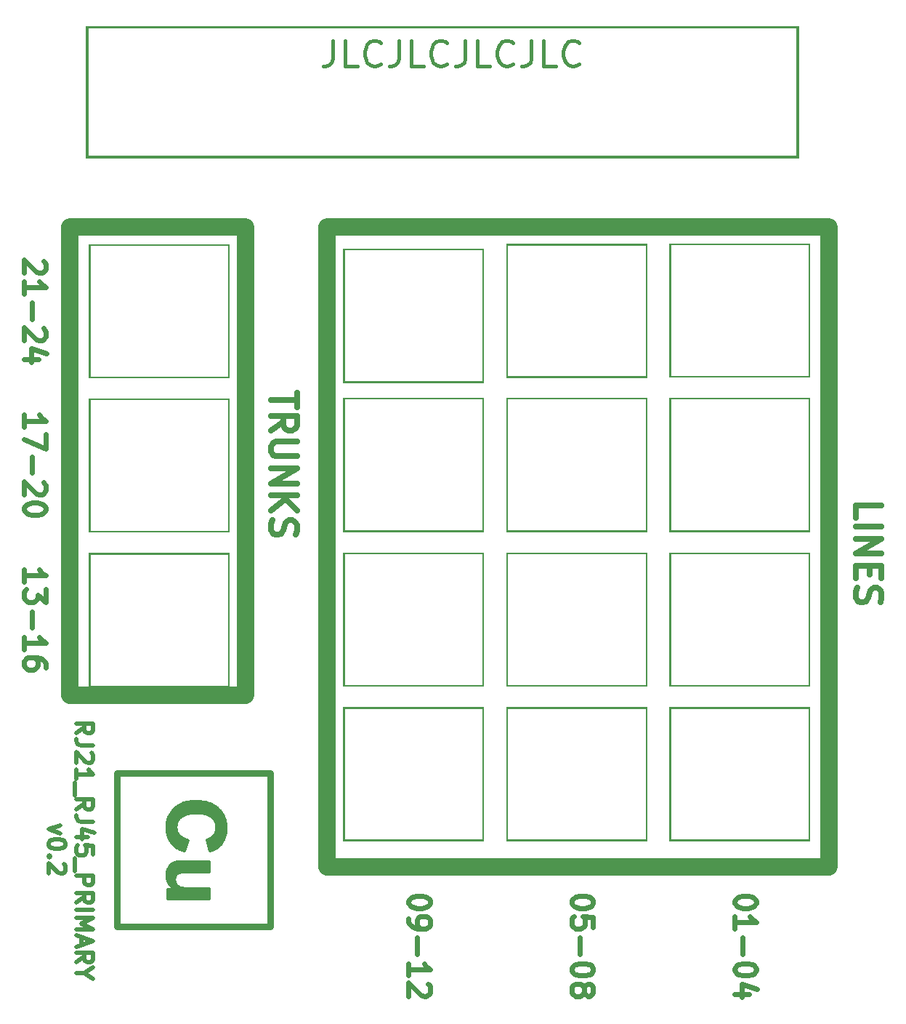
<source format=gto>
%TF.GenerationSoftware,KiCad,Pcbnew,(6.0.11)*%
%TF.CreationDate,2024-04-14T00:07:34+01:00*%
%TF.ProjectId,RJ21_RJ45_PRIMARY_BREAKOUT,524a3231-5f52-44a3-9435-5f5052494d41,rev?*%
%TF.SameCoordinates,Original*%
%TF.FileFunction,Legend,Top*%
%TF.FilePolarity,Positive*%
%FSLAX46Y46*%
G04 Gerber Fmt 4.6, Leading zero omitted, Abs format (unit mm)*
G04 Created by KiCad (PCBNEW (6.0.11)) date 2024-04-14 00:07:34*
%MOMM*%
%LPD*%
G01*
G04 APERTURE LIST*
%ADD10C,2.000000*%
%ADD11C,0.749999*%
%ADD12C,0.250000*%
%ADD13C,0.600000*%
%ADD14C,0.700000*%
%ADD15C,0.500000*%
%ADD16C,0.400000*%
%ADD17C,0.010000*%
%ADD18C,4.500000*%
%ADD19C,1.500000*%
%ADD20C,3.100000*%
%ADD21C,1.600000*%
%ADD22C,3.200000*%
G04 APERTURE END LIST*
D10*
X145500000Y-148000000D02*
X204000000Y-148000000D01*
X145500000Y-148000000D02*
X145500000Y-73500000D01*
X115500000Y-128000000D02*
X115500000Y-73500000D01*
X136000000Y-128000000D02*
X136000000Y-73500000D01*
X145500000Y-73500000D02*
X204000000Y-73500000D01*
X136000000Y-73500000D02*
X115500000Y-73500000D01*
X204000000Y-148000000D02*
X204000000Y-73500000D01*
X136000000Y-128000000D02*
X115500000Y-128000000D01*
D11*
X138895589Y-137092950D02*
X138895589Y-154927051D01*
X138895589Y-154927051D02*
X121061490Y-154927051D01*
D12*
G36*
X130401507Y-140288025D02*
G01*
X130603303Y-140298223D01*
X130799199Y-140315219D01*
X130989196Y-140339014D01*
X131173293Y-140369607D01*
X131351492Y-140406999D01*
X131523791Y-140451189D01*
X131690191Y-140502177D01*
X131850692Y-140559964D01*
X132005294Y-140624549D01*
X132153996Y-140695933D01*
X132296799Y-140774115D01*
X132433703Y-140859095D01*
X132564708Y-140950874D01*
X132689814Y-141049451D01*
X132809020Y-141154827D01*
X132922202Y-141265742D01*
X133028081Y-141380937D01*
X133126658Y-141500414D01*
X133217933Y-141624170D01*
X133301907Y-141752208D01*
X133378578Y-141884526D01*
X133447948Y-142021124D01*
X133510015Y-142162003D01*
X133564781Y-142307163D01*
X133612244Y-142456603D01*
X133652406Y-142610324D01*
X133685265Y-142768325D01*
X133710823Y-142930606D01*
X133729078Y-143097169D01*
X133740031Y-143268011D01*
X133743682Y-143443134D01*
X133740823Y-143596135D01*
X133732244Y-143745502D01*
X133717946Y-143891237D01*
X133697928Y-144033339D01*
X133672191Y-144171808D01*
X133640735Y-144306643D01*
X133603559Y-144437846D01*
X133560665Y-144565416D01*
X133512050Y-144689353D01*
X133457717Y-144809657D01*
X133397664Y-144926328D01*
X133331891Y-145039366D01*
X133260400Y-145148771D01*
X133183188Y-145254543D01*
X133100258Y-145356682D01*
X133011608Y-145455189D01*
X132956033Y-145511842D01*
X132897509Y-145566696D01*
X132836035Y-145619752D01*
X132771611Y-145671010D01*
X132704238Y-145720469D01*
X132633916Y-145768129D01*
X132560643Y-145813991D01*
X132484421Y-145858055D01*
X132405250Y-145900320D01*
X132323128Y-145940786D01*
X132238057Y-145979454D01*
X132150037Y-146016324D01*
X132059067Y-146051395D01*
X131965147Y-146084667D01*
X131868278Y-146116141D01*
X131768459Y-146145817D01*
X131446163Y-144796779D01*
X131510910Y-144780792D01*
X131573931Y-144762755D01*
X131635226Y-144742666D01*
X131694794Y-144720528D01*
X131752635Y-144696338D01*
X131808749Y-144670098D01*
X131863137Y-144641807D01*
X131915798Y-144611466D01*
X131966732Y-144579074D01*
X132015940Y-144544632D01*
X132063421Y-144508139D01*
X132109176Y-144469596D01*
X132153204Y-144429002D01*
X132195505Y-144386358D01*
X132236080Y-144341663D01*
X132274928Y-144294918D01*
X132311727Y-144247076D01*
X132346150Y-144197940D01*
X132378200Y-144147509D01*
X132407876Y-144095782D01*
X132435178Y-144042761D01*
X132460105Y-143988445D01*
X132482659Y-143932834D01*
X132502838Y-143875928D01*
X132520643Y-143817727D01*
X132536075Y-143758231D01*
X132549132Y-143697441D01*
X132559815Y-143635355D01*
X132568124Y-143571975D01*
X132574059Y-143507300D01*
X132577620Y-143441330D01*
X132578807Y-143374065D01*
X132576703Y-143281351D01*
X132570390Y-143190831D01*
X132559869Y-143102505D01*
X132545139Y-143016373D01*
X132526201Y-142932435D01*
X132503054Y-142850692D01*
X132475699Y-142771143D01*
X132444135Y-142693788D01*
X132408363Y-142618628D01*
X132368382Y-142545661D01*
X132324192Y-142474889D01*
X132275794Y-142406311D01*
X132223187Y-142339928D01*
X132166372Y-142275738D01*
X132105348Y-142213743D01*
X132040115Y-142153942D01*
X131970170Y-142097630D01*
X131895009Y-142044951D01*
X131814633Y-141995904D01*
X131729041Y-141950492D01*
X131638233Y-141908712D01*
X131542209Y-141870565D01*
X131440970Y-141836051D01*
X131334515Y-141805171D01*
X131222844Y-141777923D01*
X131105958Y-141754309D01*
X130983855Y-141734327D01*
X130856538Y-141717979D01*
X130724004Y-141705263D01*
X130586254Y-141696181D01*
X130443289Y-141690732D01*
X130295108Y-141688915D01*
X130137989Y-141690714D01*
X129986625Y-141696109D01*
X129841016Y-141705102D01*
X129701162Y-141717691D01*
X129567064Y-141733878D01*
X129438720Y-141753662D01*
X129316132Y-141777043D01*
X129199299Y-141804021D01*
X129088222Y-141834596D01*
X128982899Y-141868768D01*
X128883332Y-141906537D01*
X128789521Y-141947904D01*
X128701465Y-141992867D01*
X128619164Y-142041428D01*
X128542619Y-142093586D01*
X128471829Y-142149341D01*
X128406039Y-142207973D01*
X128344494Y-142268763D01*
X128287193Y-142331711D01*
X128234137Y-142396818D01*
X128185325Y-142464083D01*
X128140757Y-142533507D01*
X128100435Y-142605088D01*
X128064356Y-142678828D01*
X128032522Y-142754726D01*
X128004933Y-142832782D01*
X127981588Y-142912997D01*
X127962488Y-142995369D01*
X127947632Y-143079900D01*
X127937021Y-143166588D01*
X127930654Y-143255435D01*
X127928532Y-143346439D01*
X127929881Y-143413759D01*
X127933928Y-143479892D01*
X127940672Y-143544838D01*
X127950114Y-143608596D01*
X127962254Y-143671168D01*
X127977092Y-143732552D01*
X127994627Y-143792749D01*
X128014861Y-143851759D01*
X128037792Y-143909582D01*
X128063420Y-143966217D01*
X128091747Y-144021666D01*
X128122771Y-144075927D01*
X128156493Y-144129001D01*
X128192913Y-144180888D01*
X128232031Y-144231588D01*
X128273846Y-144281101D01*
X128318558Y-144329158D01*
X128366364Y-144375489D01*
X128417263Y-144420093D01*
X128471255Y-144462971D01*
X128528341Y-144504121D01*
X128588520Y-144543546D01*
X128651792Y-144581243D01*
X128718158Y-144617214D01*
X128787617Y-144651458D01*
X128860170Y-144683976D01*
X128935816Y-144714767D01*
X129014555Y-144743831D01*
X129096388Y-144771169D01*
X129181314Y-144796780D01*
X129269334Y-144820665D01*
X129360447Y-144842823D01*
X128941464Y-146164242D01*
X128805549Y-146124673D01*
X128674058Y-146081940D01*
X128546992Y-146036041D01*
X128424350Y-145986977D01*
X128306132Y-145934747D01*
X128192339Y-145879353D01*
X128082970Y-145820793D01*
X127978026Y-145759067D01*
X127877506Y-145694177D01*
X127781410Y-145626121D01*
X127689739Y-145554899D01*
X127602492Y-145480512D01*
X127519670Y-145402960D01*
X127441272Y-145322242D01*
X127367298Y-145238359D01*
X127297749Y-145151310D01*
X127233074Y-145061760D01*
X127172571Y-144969226D01*
X127116241Y-144873705D01*
X127064084Y-144775200D01*
X127016099Y-144673708D01*
X126972287Y-144569231D01*
X126932648Y-144461769D01*
X126897182Y-144351321D01*
X126865888Y-144237887D01*
X126838767Y-144121468D01*
X126815818Y-144002064D01*
X126797042Y-143879673D01*
X126782438Y-143754298D01*
X126772007Y-143625936D01*
X126765748Y-143494589D01*
X126763662Y-143360256D01*
X126767241Y-143194071D01*
X126777978Y-143031628D01*
X126795873Y-142872925D01*
X126820927Y-142717963D01*
X126853138Y-142566743D01*
X126892508Y-142419263D01*
X126939035Y-142275524D01*
X126992721Y-142135526D01*
X127053565Y-141999270D01*
X127121567Y-141866754D01*
X127196727Y-141737979D01*
X127279045Y-141612945D01*
X127368521Y-141491652D01*
X127465155Y-141374100D01*
X127568947Y-141260289D01*
X127679898Y-141150219D01*
X127797631Y-141045400D01*
X127920616Y-140947345D01*
X128048852Y-140856051D01*
X128182339Y-140771521D01*
X128321078Y-140693753D01*
X128465069Y-140622747D01*
X128614311Y-140558504D01*
X128768805Y-140501023D01*
X128928550Y-140450305D01*
X129093547Y-140406349D01*
X129263795Y-140369156D01*
X129439296Y-140338725D01*
X129620047Y-140315057D01*
X129806051Y-140298151D01*
X129997306Y-140288007D01*
X130193813Y-140284626D01*
X130401507Y-140288025D01*
G37*
X130401507Y-140288025D02*
X130603303Y-140298223D01*
X130799199Y-140315219D01*
X130989196Y-140339014D01*
X131173293Y-140369607D01*
X131351492Y-140406999D01*
X131523791Y-140451189D01*
X131690191Y-140502177D01*
X131850692Y-140559964D01*
X132005294Y-140624549D01*
X132153996Y-140695933D01*
X132296799Y-140774115D01*
X132433703Y-140859095D01*
X132564708Y-140950874D01*
X132689814Y-141049451D01*
X132809020Y-141154827D01*
X132922202Y-141265742D01*
X133028081Y-141380937D01*
X133126658Y-141500414D01*
X133217933Y-141624170D01*
X133301907Y-141752208D01*
X133378578Y-141884526D01*
X133447948Y-142021124D01*
X133510015Y-142162003D01*
X133564781Y-142307163D01*
X133612244Y-142456603D01*
X133652406Y-142610324D01*
X133685265Y-142768325D01*
X133710823Y-142930606D01*
X133729078Y-143097169D01*
X133740031Y-143268011D01*
X133743682Y-143443134D01*
X133740823Y-143596135D01*
X133732244Y-143745502D01*
X133717946Y-143891237D01*
X133697928Y-144033339D01*
X133672191Y-144171808D01*
X133640735Y-144306643D01*
X133603559Y-144437846D01*
X133560665Y-144565416D01*
X133512050Y-144689353D01*
X133457717Y-144809657D01*
X133397664Y-144926328D01*
X133331891Y-145039366D01*
X133260400Y-145148771D01*
X133183188Y-145254543D01*
X133100258Y-145356682D01*
X133011608Y-145455189D01*
X132956033Y-145511842D01*
X132897509Y-145566696D01*
X132836035Y-145619752D01*
X132771611Y-145671010D01*
X132704238Y-145720469D01*
X132633916Y-145768129D01*
X132560643Y-145813991D01*
X132484421Y-145858055D01*
X132405250Y-145900320D01*
X132323128Y-145940786D01*
X132238057Y-145979454D01*
X132150037Y-146016324D01*
X132059067Y-146051395D01*
X131965147Y-146084667D01*
X131868278Y-146116141D01*
X131768459Y-146145817D01*
X131446163Y-144796779D01*
X131510910Y-144780792D01*
X131573931Y-144762755D01*
X131635226Y-144742666D01*
X131694794Y-144720528D01*
X131752635Y-144696338D01*
X131808749Y-144670098D01*
X131863137Y-144641807D01*
X131915798Y-144611466D01*
X131966732Y-144579074D01*
X132015940Y-144544632D01*
X132063421Y-144508139D01*
X132109176Y-144469596D01*
X132153204Y-144429002D01*
X132195505Y-144386358D01*
X132236080Y-144341663D01*
X132274928Y-144294918D01*
X132311727Y-144247076D01*
X132346150Y-144197940D01*
X132378200Y-144147509D01*
X132407876Y-144095782D01*
X132435178Y-144042761D01*
X132460105Y-143988445D01*
X132482659Y-143932834D01*
X132502838Y-143875928D01*
X132520643Y-143817727D01*
X132536075Y-143758231D01*
X132549132Y-143697441D01*
X132559815Y-143635355D01*
X132568124Y-143571975D01*
X132574059Y-143507300D01*
X132577620Y-143441330D01*
X132578807Y-143374065D01*
X132576703Y-143281351D01*
X132570390Y-143190831D01*
X132559869Y-143102505D01*
X132545139Y-143016373D01*
X132526201Y-142932435D01*
X132503054Y-142850692D01*
X132475699Y-142771143D01*
X132444135Y-142693788D01*
X132408363Y-142618628D01*
X132368382Y-142545661D01*
X132324192Y-142474889D01*
X132275794Y-142406311D01*
X132223187Y-142339928D01*
X132166372Y-142275738D01*
X132105348Y-142213743D01*
X132040115Y-142153942D01*
X131970170Y-142097630D01*
X131895009Y-142044951D01*
X131814633Y-141995904D01*
X131729041Y-141950492D01*
X131638233Y-141908712D01*
X131542209Y-141870565D01*
X131440970Y-141836051D01*
X131334515Y-141805171D01*
X131222844Y-141777923D01*
X131105958Y-141754309D01*
X130983855Y-141734327D01*
X130856538Y-141717979D01*
X130724004Y-141705263D01*
X130586254Y-141696181D01*
X130443289Y-141690732D01*
X130295108Y-141688915D01*
X130137989Y-141690714D01*
X129986625Y-141696109D01*
X129841016Y-141705102D01*
X129701162Y-141717691D01*
X129567064Y-141733878D01*
X129438720Y-141753662D01*
X129316132Y-141777043D01*
X129199299Y-141804021D01*
X129088222Y-141834596D01*
X128982899Y-141868768D01*
X128883332Y-141906537D01*
X128789521Y-141947904D01*
X128701465Y-141992867D01*
X128619164Y-142041428D01*
X128542619Y-142093586D01*
X128471829Y-142149341D01*
X128406039Y-142207973D01*
X128344494Y-142268763D01*
X128287193Y-142331711D01*
X128234137Y-142396818D01*
X128185325Y-142464083D01*
X128140757Y-142533507D01*
X128100435Y-142605088D01*
X128064356Y-142678828D01*
X128032522Y-142754726D01*
X128004933Y-142832782D01*
X127981588Y-142912997D01*
X127962488Y-142995369D01*
X127947632Y-143079900D01*
X127937021Y-143166588D01*
X127930654Y-143255435D01*
X127928532Y-143346439D01*
X127929881Y-143413759D01*
X127933928Y-143479892D01*
X127940672Y-143544838D01*
X127950114Y-143608596D01*
X127962254Y-143671168D01*
X127977092Y-143732552D01*
X127994627Y-143792749D01*
X128014861Y-143851759D01*
X128037792Y-143909582D01*
X128063420Y-143966217D01*
X128091747Y-144021666D01*
X128122771Y-144075927D01*
X128156493Y-144129001D01*
X128192913Y-144180888D01*
X128232031Y-144231588D01*
X128273846Y-144281101D01*
X128318558Y-144329158D01*
X128366364Y-144375489D01*
X128417263Y-144420093D01*
X128471255Y-144462971D01*
X128528341Y-144504121D01*
X128588520Y-144543546D01*
X128651792Y-144581243D01*
X128718158Y-144617214D01*
X128787617Y-144651458D01*
X128860170Y-144683976D01*
X128935816Y-144714767D01*
X129014555Y-144743831D01*
X129096388Y-144771169D01*
X129181314Y-144796780D01*
X129269334Y-144820665D01*
X129360447Y-144842823D01*
X128941464Y-146164242D01*
X128805549Y-146124673D01*
X128674058Y-146081940D01*
X128546992Y-146036041D01*
X128424350Y-145986977D01*
X128306132Y-145934747D01*
X128192339Y-145879353D01*
X128082970Y-145820793D01*
X127978026Y-145759067D01*
X127877506Y-145694177D01*
X127781410Y-145626121D01*
X127689739Y-145554899D01*
X127602492Y-145480512D01*
X127519670Y-145402960D01*
X127441272Y-145322242D01*
X127367298Y-145238359D01*
X127297749Y-145151310D01*
X127233074Y-145061760D01*
X127172571Y-144969226D01*
X127116241Y-144873705D01*
X127064084Y-144775200D01*
X127016099Y-144673708D01*
X126972287Y-144569231D01*
X126932648Y-144461769D01*
X126897182Y-144351321D01*
X126865888Y-144237887D01*
X126838767Y-144121468D01*
X126815818Y-144002064D01*
X126797042Y-143879673D01*
X126782438Y-143754298D01*
X126772007Y-143625936D01*
X126765748Y-143494589D01*
X126763662Y-143360256D01*
X126767241Y-143194071D01*
X126777978Y-143031628D01*
X126795873Y-142872925D01*
X126820927Y-142717963D01*
X126853138Y-142566743D01*
X126892508Y-142419263D01*
X126939035Y-142275524D01*
X126992721Y-142135526D01*
X127053565Y-141999270D01*
X127121567Y-141866754D01*
X127196727Y-141737979D01*
X127279045Y-141612945D01*
X127368521Y-141491652D01*
X127465155Y-141374100D01*
X127568947Y-141260289D01*
X127679898Y-141150219D01*
X127797631Y-141045400D01*
X127920616Y-140947345D01*
X128048852Y-140856051D01*
X128182339Y-140771521D01*
X128321078Y-140693753D01*
X128465069Y-140622747D01*
X128614311Y-140558504D01*
X128768805Y-140501023D01*
X128928550Y-140450305D01*
X129093547Y-140406349D01*
X129263795Y-140369156D01*
X129439296Y-140338725D01*
X129620047Y-140315057D01*
X129806051Y-140298151D01*
X129997306Y-140288007D01*
X130193813Y-140284626D01*
X130401507Y-140288025D01*
D11*
X121061490Y-154927051D02*
X121061490Y-154927051D01*
X138895589Y-154927051D02*
X138895589Y-154927051D01*
X121061490Y-154927051D02*
X121061490Y-137092950D01*
X121061490Y-137092950D02*
X121061490Y-137092950D01*
D12*
G36*
X131768455Y-148590679D02*
G01*
X129521588Y-148590679D01*
X129276198Y-148591758D01*
X129055699Y-148594995D01*
X128860091Y-148600390D01*
X128689374Y-148607942D01*
X128543549Y-148617653D01*
X128422615Y-148629522D01*
X128326572Y-148643548D01*
X128255421Y-148659733D01*
X128227005Y-148669392D01*
X128199307Y-148679950D01*
X128172330Y-148691407D01*
X128146071Y-148703764D01*
X128120532Y-148717019D01*
X128095713Y-148731174D01*
X128071612Y-148746228D01*
X128048232Y-148762181D01*
X128025570Y-148779033D01*
X128003628Y-148796785D01*
X127982405Y-148815435D01*
X127961902Y-148834985D01*
X127942118Y-148855434D01*
X127923053Y-148876782D01*
X127904708Y-148899030D01*
X127887082Y-148922176D01*
X127870912Y-148946169D01*
X127855786Y-148970954D01*
X127841702Y-148996529D01*
X127828662Y-149022896D01*
X127816666Y-149050054D01*
X127805712Y-149078003D01*
X127795802Y-149106743D01*
X127786934Y-149136274D01*
X127779110Y-149166597D01*
X127772330Y-149197711D01*
X127766592Y-149229616D01*
X127761898Y-149262312D01*
X127758246Y-149295800D01*
X127755638Y-149330080D01*
X127754073Y-149365150D01*
X127753552Y-149401012D01*
X127754253Y-149442181D01*
X127756358Y-149482811D01*
X127759865Y-149522901D01*
X127764776Y-149562451D01*
X127771089Y-149601462D01*
X127778805Y-149639933D01*
X127787924Y-149677864D01*
X127798446Y-149715256D01*
X127810371Y-149752107D01*
X127823699Y-149788420D01*
X127838429Y-149824192D01*
X127854563Y-149859425D01*
X127872099Y-149894119D01*
X127891038Y-149928272D01*
X127911380Y-149961886D01*
X127933125Y-149994961D01*
X127956470Y-150027119D01*
X127980462Y-150057982D01*
X128005102Y-150087551D01*
X128030390Y-150115824D01*
X128056325Y-150142803D01*
X128082907Y-150168486D01*
X128110137Y-150192875D01*
X128138014Y-150215968D01*
X128166539Y-150237766D01*
X128195711Y-150258269D01*
X128225531Y-150277478D01*
X128255999Y-150295391D01*
X128287113Y-150312008D01*
X128318876Y-150327331D01*
X128351285Y-150341359D01*
X128384343Y-150354091D01*
X128421339Y-150365800D01*
X128464415Y-150376753D01*
X128513570Y-150386951D01*
X128568803Y-150396393D01*
X128630115Y-150405080D01*
X128697506Y-150413011D01*
X128770976Y-150420187D01*
X128850525Y-150426608D01*
X129027860Y-150437183D01*
X129229511Y-150444736D01*
X129455478Y-150449268D01*
X129705761Y-150450779D01*
X131768459Y-150450779D01*
X131768459Y-151744571D01*
X126878759Y-151744571D01*
X126878759Y-150542873D01*
X127610836Y-150542873D01*
X127562563Y-150508827D01*
X127515585Y-150473449D01*
X127469902Y-150436741D01*
X127425514Y-150398702D01*
X127382421Y-150359332D01*
X127340622Y-150318631D01*
X127300119Y-150276599D01*
X127260911Y-150233236D01*
X127222998Y-150188542D01*
X127186379Y-150142518D01*
X127151056Y-150095162D01*
X127117028Y-150046476D01*
X127084294Y-149996458D01*
X127052856Y-149945110D01*
X127022712Y-149892431D01*
X126993864Y-149838421D01*
X126966544Y-149784122D01*
X126940986Y-149729429D01*
X126917191Y-149674339D01*
X126895158Y-149618854D01*
X126874888Y-149562974D01*
X126856381Y-149506698D01*
X126839636Y-149450026D01*
X126824653Y-149392958D01*
X126811433Y-149335495D01*
X126799976Y-149277637D01*
X126790281Y-149219383D01*
X126782349Y-149160733D01*
X126776179Y-149101687D01*
X126771773Y-149042246D01*
X126769128Y-148982409D01*
X126768247Y-148922176D01*
X126769092Y-148860990D01*
X126771628Y-148800595D01*
X126775855Y-148740991D01*
X126781773Y-148682179D01*
X126789381Y-148624158D01*
X126798679Y-148566929D01*
X126809669Y-148510491D01*
X126822349Y-148454844D01*
X126836720Y-148399989D01*
X126852781Y-148345925D01*
X126870534Y-148292652D01*
X126889976Y-148240171D01*
X126911110Y-148188481D01*
X126933934Y-148137582D01*
X126958449Y-148087474D01*
X126984655Y-148038158D01*
X127012389Y-147990084D01*
X127041490Y-147943701D01*
X127071958Y-147899008D01*
X127103792Y-147856006D01*
X127136993Y-147814694D01*
X127171561Y-147775073D01*
X127207495Y-147737142D01*
X127244797Y-147700902D01*
X127283465Y-147666352D01*
X127323500Y-147633493D01*
X127364901Y-147602325D01*
X127407670Y-147572848D01*
X127451805Y-147545061D01*
X127497307Y-147518964D01*
X127544176Y-147494559D01*
X127592411Y-147471844D01*
X127642501Y-147450657D01*
X127694929Y-147430838D01*
X127749694Y-147412385D01*
X127806798Y-147395300D01*
X127866240Y-147379581D01*
X127928019Y-147365229D01*
X127992137Y-147352244D01*
X128058593Y-147340626D01*
X128127387Y-147330374D01*
X128198519Y-147321490D01*
X128271989Y-147313972D01*
X128347798Y-147307821D01*
X128425944Y-147303037D01*
X128506429Y-147299620D01*
X128589251Y-147297570D01*
X128674412Y-147296886D01*
X131768455Y-147296886D01*
X131768455Y-148590679D01*
G37*
X131768455Y-148590679D02*
X129521588Y-148590679D01*
X129276198Y-148591758D01*
X129055699Y-148594995D01*
X128860091Y-148600390D01*
X128689374Y-148607942D01*
X128543549Y-148617653D01*
X128422615Y-148629522D01*
X128326572Y-148643548D01*
X128255421Y-148659733D01*
X128227005Y-148669392D01*
X128199307Y-148679950D01*
X128172330Y-148691407D01*
X128146071Y-148703764D01*
X128120532Y-148717019D01*
X128095713Y-148731174D01*
X128071612Y-148746228D01*
X128048232Y-148762181D01*
X128025570Y-148779033D01*
X128003628Y-148796785D01*
X127982405Y-148815435D01*
X127961902Y-148834985D01*
X127942118Y-148855434D01*
X127923053Y-148876782D01*
X127904708Y-148899030D01*
X127887082Y-148922176D01*
X127870912Y-148946169D01*
X127855786Y-148970954D01*
X127841702Y-148996529D01*
X127828662Y-149022896D01*
X127816666Y-149050054D01*
X127805712Y-149078003D01*
X127795802Y-149106743D01*
X127786934Y-149136274D01*
X127779110Y-149166597D01*
X127772330Y-149197711D01*
X127766592Y-149229616D01*
X127761898Y-149262312D01*
X127758246Y-149295800D01*
X127755638Y-149330080D01*
X127754073Y-149365150D01*
X127753552Y-149401012D01*
X127754253Y-149442181D01*
X127756358Y-149482811D01*
X127759865Y-149522901D01*
X127764776Y-149562451D01*
X127771089Y-149601462D01*
X127778805Y-149639933D01*
X127787924Y-149677864D01*
X127798446Y-149715256D01*
X127810371Y-149752107D01*
X127823699Y-149788420D01*
X127838429Y-149824192D01*
X127854563Y-149859425D01*
X127872099Y-149894119D01*
X127891038Y-149928272D01*
X127911380Y-149961886D01*
X127933125Y-149994961D01*
X127956470Y-150027119D01*
X127980462Y-150057982D01*
X128005102Y-150087551D01*
X128030390Y-150115824D01*
X128056325Y-150142803D01*
X128082907Y-150168486D01*
X128110137Y-150192875D01*
X128138014Y-150215968D01*
X128166539Y-150237766D01*
X128195711Y-150258269D01*
X128225531Y-150277478D01*
X128255999Y-150295391D01*
X128287113Y-150312008D01*
X128318876Y-150327331D01*
X128351285Y-150341359D01*
X128384343Y-150354091D01*
X128421339Y-150365800D01*
X128464415Y-150376753D01*
X128513570Y-150386951D01*
X128568803Y-150396393D01*
X128630115Y-150405080D01*
X128697506Y-150413011D01*
X128770976Y-150420187D01*
X128850525Y-150426608D01*
X129027860Y-150437183D01*
X129229511Y-150444736D01*
X129455478Y-150449268D01*
X129705761Y-150450779D01*
X131768459Y-150450779D01*
X131768459Y-151744571D01*
X126878759Y-151744571D01*
X126878759Y-150542873D01*
X127610836Y-150542873D01*
X127562563Y-150508827D01*
X127515585Y-150473449D01*
X127469902Y-150436741D01*
X127425514Y-150398702D01*
X127382421Y-150359332D01*
X127340622Y-150318631D01*
X127300119Y-150276599D01*
X127260911Y-150233236D01*
X127222998Y-150188542D01*
X127186379Y-150142518D01*
X127151056Y-150095162D01*
X127117028Y-150046476D01*
X127084294Y-149996458D01*
X127052856Y-149945110D01*
X127022712Y-149892431D01*
X126993864Y-149838421D01*
X126966544Y-149784122D01*
X126940986Y-149729429D01*
X126917191Y-149674339D01*
X126895158Y-149618854D01*
X126874888Y-149562974D01*
X126856381Y-149506698D01*
X126839636Y-149450026D01*
X126824653Y-149392958D01*
X126811433Y-149335495D01*
X126799976Y-149277637D01*
X126790281Y-149219383D01*
X126782349Y-149160733D01*
X126776179Y-149101687D01*
X126771773Y-149042246D01*
X126769128Y-148982409D01*
X126768247Y-148922176D01*
X126769092Y-148860990D01*
X126771628Y-148800595D01*
X126775855Y-148740991D01*
X126781773Y-148682179D01*
X126789381Y-148624158D01*
X126798679Y-148566929D01*
X126809669Y-148510491D01*
X126822349Y-148454844D01*
X126836720Y-148399989D01*
X126852781Y-148345925D01*
X126870534Y-148292652D01*
X126889976Y-148240171D01*
X126911110Y-148188481D01*
X126933934Y-148137582D01*
X126958449Y-148087474D01*
X126984655Y-148038158D01*
X127012389Y-147990084D01*
X127041490Y-147943701D01*
X127071958Y-147899008D01*
X127103792Y-147856006D01*
X127136993Y-147814694D01*
X127171561Y-147775073D01*
X127207495Y-147737142D01*
X127244797Y-147700902D01*
X127283465Y-147666352D01*
X127323500Y-147633493D01*
X127364901Y-147602325D01*
X127407670Y-147572848D01*
X127451805Y-147545061D01*
X127497307Y-147518964D01*
X127544176Y-147494559D01*
X127592411Y-147471844D01*
X127642501Y-147450657D01*
X127694929Y-147430838D01*
X127749694Y-147412385D01*
X127806798Y-147395300D01*
X127866240Y-147379581D01*
X127928019Y-147365229D01*
X127992137Y-147352244D01*
X128058593Y-147340626D01*
X128127387Y-147330374D01*
X128198519Y-147321490D01*
X128271989Y-147313972D01*
X128347798Y-147307821D01*
X128425944Y-147303037D01*
X128506429Y-147299620D01*
X128589251Y-147297570D01*
X128674412Y-147296886D01*
X131768455Y-147296886D01*
X131768455Y-148590679D01*
D11*
X121061490Y-137092950D02*
X138895589Y-137092950D01*
D13*
X195521054Y-151953255D02*
X195521054Y-152191351D01*
X195402007Y-152429446D01*
X195282959Y-152548493D01*
X195044864Y-152667541D01*
X194568673Y-152786589D01*
X193973435Y-152786589D01*
X193497245Y-152667541D01*
X193259149Y-152548493D01*
X193140102Y-152429446D01*
X193021054Y-152191351D01*
X193021054Y-151953255D01*
X193140102Y-151715160D01*
X193259149Y-151596112D01*
X193497245Y-151477065D01*
X193973435Y-151358017D01*
X194568673Y-151358017D01*
X195044864Y-151477065D01*
X195282959Y-151596112D01*
X195402007Y-151715160D01*
X195521054Y-151953255D01*
X193021054Y-155167541D02*
X193021054Y-153738970D01*
X193021054Y-154453255D02*
X195521054Y-154453255D01*
X195163911Y-154215160D01*
X194925816Y-153977065D01*
X194806768Y-153738970D01*
X193973435Y-156238970D02*
X193973435Y-158143731D01*
X195521054Y-159810398D02*
X195521054Y-160048493D01*
X195402007Y-160286589D01*
X195282959Y-160405636D01*
X195044864Y-160524684D01*
X194568673Y-160643731D01*
X193973435Y-160643731D01*
X193497245Y-160524684D01*
X193259149Y-160405636D01*
X193140102Y-160286589D01*
X193021054Y-160048493D01*
X193021054Y-159810398D01*
X193140102Y-159572303D01*
X193259149Y-159453255D01*
X193497245Y-159334208D01*
X193973435Y-159215160D01*
X194568673Y-159215160D01*
X195044864Y-159334208D01*
X195282959Y-159453255D01*
X195402007Y-159572303D01*
X195521054Y-159810398D01*
X194687721Y-162786589D02*
X193021054Y-162786589D01*
X195640102Y-162191351D02*
X193854387Y-161596112D01*
X193854387Y-163143731D01*
D14*
X141990850Y-92762779D02*
X141990850Y-94477065D01*
X138990850Y-93619922D02*
X141990850Y-93619922D01*
X138990850Y-97191351D02*
X140419421Y-96191351D01*
X138990850Y-95477065D02*
X141990850Y-95477065D01*
X141990850Y-96619922D01*
X141847993Y-96905636D01*
X141705135Y-97048493D01*
X141419421Y-97191351D01*
X140990850Y-97191351D01*
X140705135Y-97048493D01*
X140562278Y-96905636D01*
X140419421Y-96619922D01*
X140419421Y-95477065D01*
X141990850Y-98477065D02*
X139562278Y-98477065D01*
X139276564Y-98619922D01*
X139133707Y-98762779D01*
X138990850Y-99048493D01*
X138990850Y-99619922D01*
X139133707Y-99905636D01*
X139276564Y-100048493D01*
X139562278Y-100191351D01*
X141990850Y-100191351D01*
X138990850Y-101619922D02*
X141990850Y-101619922D01*
X138990850Y-103334208D01*
X141990850Y-103334208D01*
X138990850Y-104762779D02*
X141990850Y-104762779D01*
X138990850Y-106477065D02*
X140705135Y-105191351D01*
X141990850Y-106477065D02*
X140276564Y-104762779D01*
X139133707Y-107619922D02*
X138990850Y-108048493D01*
X138990850Y-108762779D01*
X139133707Y-109048493D01*
X139276564Y-109191351D01*
X139562278Y-109334208D01*
X139847993Y-109334208D01*
X140133707Y-109191351D01*
X140276564Y-109048493D01*
X140419421Y-108762779D01*
X140562278Y-108191351D01*
X140705135Y-107905636D01*
X140847993Y-107762779D01*
X141133707Y-107619922D01*
X141419421Y-107619922D01*
X141705135Y-107762779D01*
X141847993Y-107905636D01*
X141990850Y-108191351D01*
X141990850Y-108905636D01*
X141847993Y-109334208D01*
X207142857Y-107357142D02*
X207142857Y-105928571D01*
X210142857Y-105928571D01*
X207142857Y-108357142D02*
X210142857Y-108357142D01*
X207142857Y-109785714D02*
X210142857Y-109785714D01*
X207142857Y-111500000D01*
X210142857Y-111500000D01*
X208714285Y-112928571D02*
X208714285Y-113928571D01*
X207142857Y-114357142D02*
X207142857Y-112928571D01*
X210142857Y-112928571D01*
X210142857Y-114357142D01*
X207285714Y-115500000D02*
X207142857Y-115928571D01*
X207142857Y-116642857D01*
X207285714Y-116928571D01*
X207428571Y-117071428D01*
X207714285Y-117214285D01*
X208000000Y-117214285D01*
X208285714Y-117071428D01*
X208428571Y-116928571D01*
X208571428Y-116642857D01*
X208714285Y-116071428D01*
X208857142Y-115785714D01*
X209000000Y-115642857D01*
X209285714Y-115500000D01*
X209571428Y-115500000D01*
X209857142Y-115642857D01*
X210000000Y-115785714D01*
X210142857Y-116071428D01*
X210142857Y-116785714D01*
X210000000Y-117214285D01*
D13*
X176521054Y-151953255D02*
X176521054Y-152191351D01*
X176402007Y-152429446D01*
X176282959Y-152548493D01*
X176044864Y-152667541D01*
X175568673Y-152786589D01*
X174973435Y-152786589D01*
X174497245Y-152667541D01*
X174259149Y-152548493D01*
X174140102Y-152429446D01*
X174021054Y-152191351D01*
X174021054Y-151953255D01*
X174140102Y-151715160D01*
X174259149Y-151596112D01*
X174497245Y-151477065D01*
X174973435Y-151358017D01*
X175568673Y-151358017D01*
X176044864Y-151477065D01*
X176282959Y-151596112D01*
X176402007Y-151715160D01*
X176521054Y-151953255D01*
X176521054Y-155048493D02*
X176521054Y-153858017D01*
X175330578Y-153738970D01*
X175449626Y-153858017D01*
X175568673Y-154096112D01*
X175568673Y-154691351D01*
X175449626Y-154929446D01*
X175330578Y-155048493D01*
X175092483Y-155167541D01*
X174497245Y-155167541D01*
X174259149Y-155048493D01*
X174140102Y-154929446D01*
X174021054Y-154691351D01*
X174021054Y-154096112D01*
X174140102Y-153858017D01*
X174259149Y-153738970D01*
X174973435Y-156238970D02*
X174973435Y-158143731D01*
X176521054Y-159810398D02*
X176521054Y-160048493D01*
X176402007Y-160286589D01*
X176282959Y-160405636D01*
X176044864Y-160524684D01*
X175568673Y-160643731D01*
X174973435Y-160643731D01*
X174497245Y-160524684D01*
X174259149Y-160405636D01*
X174140102Y-160286589D01*
X174021054Y-160048493D01*
X174021054Y-159810398D01*
X174140102Y-159572303D01*
X174259149Y-159453255D01*
X174497245Y-159334208D01*
X174973435Y-159215160D01*
X175568673Y-159215160D01*
X176044864Y-159334208D01*
X176282959Y-159453255D01*
X176402007Y-159572303D01*
X176521054Y-159810398D01*
X175449626Y-162072303D02*
X175568673Y-161834208D01*
X175687721Y-161715160D01*
X175925816Y-161596112D01*
X176044864Y-161596112D01*
X176282959Y-161715160D01*
X176402007Y-161834208D01*
X176521054Y-162072303D01*
X176521054Y-162548493D01*
X176402007Y-162786589D01*
X176282959Y-162905636D01*
X176044864Y-163024684D01*
X175925816Y-163024684D01*
X175687721Y-162905636D01*
X175568673Y-162786589D01*
X175449626Y-162548493D01*
X175449626Y-162072303D01*
X175330578Y-161834208D01*
X175211530Y-161715160D01*
X174973435Y-161596112D01*
X174497245Y-161596112D01*
X174259149Y-161715160D01*
X174140102Y-161834208D01*
X174021054Y-162072303D01*
X174021054Y-162548493D01*
X174140102Y-162786589D01*
X174259149Y-162905636D01*
X174497245Y-163024684D01*
X174973435Y-163024684D01*
X175211530Y-162905636D01*
X175330578Y-162786589D01*
X175449626Y-162548493D01*
X157521054Y-151953255D02*
X157521054Y-152191351D01*
X157402007Y-152429446D01*
X157282959Y-152548493D01*
X157044864Y-152667541D01*
X156568673Y-152786589D01*
X155973435Y-152786589D01*
X155497245Y-152667541D01*
X155259149Y-152548493D01*
X155140102Y-152429446D01*
X155021054Y-152191351D01*
X155021054Y-151953255D01*
X155140102Y-151715160D01*
X155259149Y-151596112D01*
X155497245Y-151477065D01*
X155973435Y-151358017D01*
X156568673Y-151358017D01*
X157044864Y-151477065D01*
X157282959Y-151596112D01*
X157402007Y-151715160D01*
X157521054Y-151953255D01*
X155021054Y-153977065D02*
X155021054Y-154453255D01*
X155140102Y-154691351D01*
X155259149Y-154810398D01*
X155616292Y-155048493D01*
X156092483Y-155167541D01*
X157044864Y-155167541D01*
X157282959Y-155048493D01*
X157402007Y-154929446D01*
X157521054Y-154691351D01*
X157521054Y-154215160D01*
X157402007Y-153977065D01*
X157282959Y-153858017D01*
X157044864Y-153738970D01*
X156449626Y-153738970D01*
X156211530Y-153858017D01*
X156092483Y-153977065D01*
X155973435Y-154215160D01*
X155973435Y-154691351D01*
X156092483Y-154929446D01*
X156211530Y-155048493D01*
X156449626Y-155167541D01*
X155973435Y-156238970D02*
X155973435Y-158143731D01*
X155021054Y-160643731D02*
X155021054Y-159215160D01*
X155021054Y-159929446D02*
X157521054Y-159929446D01*
X157163911Y-159691351D01*
X156925816Y-159453255D01*
X156806768Y-159215160D01*
X157282959Y-161596112D02*
X157402007Y-161715160D01*
X157521054Y-161953255D01*
X157521054Y-162548493D01*
X157402007Y-162786589D01*
X157282959Y-162905636D01*
X157044864Y-163024684D01*
X156806768Y-163024684D01*
X156449626Y-162905636D01*
X155021054Y-161477065D01*
X155021054Y-163024684D01*
X112478945Y-77428017D02*
X112597993Y-77547065D01*
X112717040Y-77785160D01*
X112717040Y-78380398D01*
X112597993Y-78618493D01*
X112478945Y-78737541D01*
X112240850Y-78856589D01*
X112002754Y-78856589D01*
X111645612Y-78737541D01*
X110217040Y-77308970D01*
X110217040Y-78856589D01*
X110217040Y-81237541D02*
X110217040Y-79808970D01*
X110217040Y-80523255D02*
X112717040Y-80523255D01*
X112359897Y-80285160D01*
X112121802Y-80047065D01*
X112002754Y-79808970D01*
X111169421Y-82308970D02*
X111169421Y-84213731D01*
X112478945Y-85285160D02*
X112597993Y-85404208D01*
X112717040Y-85642303D01*
X112717040Y-86237541D01*
X112597993Y-86475636D01*
X112478945Y-86594684D01*
X112240850Y-86713731D01*
X112002754Y-86713731D01*
X111645612Y-86594684D01*
X110217040Y-85166112D01*
X110217040Y-86713731D01*
X111883707Y-88856589D02*
X110217040Y-88856589D01*
X112836088Y-88261351D02*
X111050373Y-87666112D01*
X111050373Y-89213731D01*
X110217040Y-96786589D02*
X110217040Y-95358017D01*
X110217040Y-96072303D02*
X112717040Y-96072303D01*
X112359897Y-95834208D01*
X112121802Y-95596112D01*
X112002754Y-95358017D01*
X112717040Y-97619922D02*
X112717040Y-99286589D01*
X110217040Y-98215160D01*
X111169421Y-100238970D02*
X111169421Y-102143731D01*
X112478945Y-103215160D02*
X112597993Y-103334208D01*
X112717040Y-103572303D01*
X112717040Y-104167541D01*
X112597993Y-104405636D01*
X112478945Y-104524684D01*
X112240850Y-104643731D01*
X112002754Y-104643731D01*
X111645612Y-104524684D01*
X110217040Y-103096112D01*
X110217040Y-104643731D01*
X112717040Y-106191351D02*
X112717040Y-106429446D01*
X112597993Y-106667541D01*
X112478945Y-106786589D01*
X112240850Y-106905636D01*
X111764659Y-107024684D01*
X111169421Y-107024684D01*
X110693231Y-106905636D01*
X110455135Y-106786589D01*
X110336088Y-106667541D01*
X110217040Y-106429446D01*
X110217040Y-106191351D01*
X110336088Y-105953255D01*
X110455135Y-105834208D01*
X110693231Y-105715160D01*
X111169421Y-105596112D01*
X111764659Y-105596112D01*
X112240850Y-105715160D01*
X112478945Y-105834208D01*
X112597993Y-105953255D01*
X112717040Y-106191351D01*
X110217040Y-114786589D02*
X110217040Y-113358017D01*
X110217040Y-114072303D02*
X112717040Y-114072303D01*
X112359897Y-113834208D01*
X112121802Y-113596112D01*
X112002754Y-113358017D01*
X112717040Y-115619922D02*
X112717040Y-117167541D01*
X111764659Y-116334208D01*
X111764659Y-116691351D01*
X111645612Y-116929446D01*
X111526564Y-117048493D01*
X111288469Y-117167541D01*
X110693231Y-117167541D01*
X110455135Y-117048493D01*
X110336088Y-116929446D01*
X110217040Y-116691351D01*
X110217040Y-115977065D01*
X110336088Y-115738970D01*
X110455135Y-115619922D01*
X111169421Y-118238970D02*
X111169421Y-120143731D01*
X110217040Y-122643731D02*
X110217040Y-121215160D01*
X110217040Y-121929446D02*
X112717040Y-121929446D01*
X112359897Y-121691351D01*
X112121802Y-121453255D01*
X112002754Y-121215160D01*
X112717040Y-124786589D02*
X112717040Y-124310398D01*
X112597993Y-124072303D01*
X112478945Y-123953255D01*
X112121802Y-123715160D01*
X111645612Y-123596112D01*
X110693231Y-123596112D01*
X110455135Y-123715160D01*
X110336088Y-123834208D01*
X110217040Y-124072303D01*
X110217040Y-124548493D01*
X110336088Y-124786589D01*
X110455135Y-124905636D01*
X110693231Y-125024684D01*
X111288469Y-125024684D01*
X111526564Y-124905636D01*
X111645612Y-124786589D01*
X111764659Y-124548493D01*
X111764659Y-124072303D01*
X111645612Y-123834208D01*
X111526564Y-123715160D01*
X111288469Y-123596112D01*
D15*
X116279650Y-132438571D02*
X117232031Y-131771904D01*
X116279650Y-131295714D02*
X118279650Y-131295714D01*
X118279650Y-132057619D01*
X118184412Y-132248095D01*
X118089173Y-132343333D01*
X117898697Y-132438571D01*
X117612983Y-132438571D01*
X117422507Y-132343333D01*
X117327269Y-132248095D01*
X117232031Y-132057619D01*
X117232031Y-131295714D01*
X118279650Y-133867142D02*
X116851078Y-133867142D01*
X116565364Y-133771904D01*
X116374888Y-133581428D01*
X116279650Y-133295714D01*
X116279650Y-133105238D01*
X118089173Y-134724285D02*
X118184412Y-134819523D01*
X118279650Y-135010000D01*
X118279650Y-135486190D01*
X118184412Y-135676666D01*
X118089173Y-135771904D01*
X117898697Y-135867142D01*
X117708221Y-135867142D01*
X117422507Y-135771904D01*
X116279650Y-134629047D01*
X116279650Y-135867142D01*
X116279650Y-137771904D02*
X116279650Y-136629047D01*
X116279650Y-137200476D02*
X118279650Y-137200476D01*
X117993935Y-137010000D01*
X117803459Y-136819523D01*
X117708221Y-136629047D01*
X116089173Y-138152857D02*
X116089173Y-139676666D01*
X116279650Y-141295714D02*
X117232031Y-140629047D01*
X116279650Y-140152857D02*
X118279650Y-140152857D01*
X118279650Y-140914761D01*
X118184412Y-141105238D01*
X118089173Y-141200476D01*
X117898697Y-141295714D01*
X117612983Y-141295714D01*
X117422507Y-141200476D01*
X117327269Y-141105238D01*
X117232031Y-140914761D01*
X117232031Y-140152857D01*
X118279650Y-142724285D02*
X116851078Y-142724285D01*
X116565364Y-142629047D01*
X116374888Y-142438571D01*
X116279650Y-142152857D01*
X116279650Y-141962380D01*
X117612983Y-144533809D02*
X116279650Y-144533809D01*
X118374888Y-144057619D02*
X116946316Y-143581428D01*
X116946316Y-144819523D01*
X118279650Y-146533809D02*
X118279650Y-145581428D01*
X117327269Y-145486190D01*
X117422507Y-145581428D01*
X117517745Y-145771904D01*
X117517745Y-146248095D01*
X117422507Y-146438571D01*
X117327269Y-146533809D01*
X117136792Y-146629047D01*
X116660602Y-146629047D01*
X116470126Y-146533809D01*
X116374888Y-146438571D01*
X116279650Y-146248095D01*
X116279650Y-145771904D01*
X116374888Y-145581428D01*
X116470126Y-145486190D01*
X116089173Y-147010000D02*
X116089173Y-148533809D01*
X116279650Y-149010000D02*
X118279650Y-149010000D01*
X118279650Y-149771904D01*
X118184412Y-149962380D01*
X118089173Y-150057619D01*
X117898697Y-150152857D01*
X117612983Y-150152857D01*
X117422507Y-150057619D01*
X117327269Y-149962380D01*
X117232031Y-149771904D01*
X117232031Y-149010000D01*
X116279650Y-152152857D02*
X117232031Y-151486190D01*
X116279650Y-151010000D02*
X118279650Y-151010000D01*
X118279650Y-151771904D01*
X118184412Y-151962380D01*
X118089173Y-152057619D01*
X117898697Y-152152857D01*
X117612983Y-152152857D01*
X117422507Y-152057619D01*
X117327269Y-151962380D01*
X117232031Y-151771904D01*
X117232031Y-151010000D01*
X116279650Y-153010000D02*
X118279650Y-153010000D01*
X116279650Y-153962380D02*
X118279650Y-153962380D01*
X116851078Y-154629047D01*
X118279650Y-155295714D01*
X116279650Y-155295714D01*
X116851078Y-156152857D02*
X116851078Y-157105238D01*
X116279650Y-155962380D02*
X118279650Y-156629047D01*
X116279650Y-157295714D01*
X116279650Y-159105238D02*
X117232031Y-158438571D01*
X116279650Y-157962380D02*
X118279650Y-157962380D01*
X118279650Y-158724285D01*
X118184412Y-158914761D01*
X118089173Y-159010000D01*
X117898697Y-159105238D01*
X117612983Y-159105238D01*
X117422507Y-159010000D01*
X117327269Y-158914761D01*
X117232031Y-158724285D01*
X117232031Y-157962380D01*
X117232031Y-160343333D02*
X116279650Y-160343333D01*
X118279650Y-159676666D02*
X117232031Y-160343333D01*
X118279650Y-161010000D01*
X114392983Y-143152857D02*
X113059650Y-143629047D01*
X114392983Y-144105238D01*
X115059650Y-145248095D02*
X115059650Y-145438571D01*
X114964412Y-145629047D01*
X114869173Y-145724285D01*
X114678697Y-145819523D01*
X114297745Y-145914761D01*
X113821554Y-145914761D01*
X113440602Y-145819523D01*
X113250126Y-145724285D01*
X113154888Y-145629047D01*
X113059650Y-145438571D01*
X113059650Y-145248095D01*
X113154888Y-145057619D01*
X113250126Y-144962380D01*
X113440602Y-144867142D01*
X113821554Y-144771904D01*
X114297745Y-144771904D01*
X114678697Y-144867142D01*
X114869173Y-144962380D01*
X114964412Y-145057619D01*
X115059650Y-145248095D01*
X113250126Y-146771904D02*
X113154888Y-146867142D01*
X113059650Y-146771904D01*
X113154888Y-146676666D01*
X113250126Y-146771904D01*
X113059650Y-146771904D01*
X114869173Y-147629047D02*
X114964412Y-147724285D01*
X115059650Y-147914761D01*
X115059650Y-148390952D01*
X114964412Y-148581428D01*
X114869173Y-148676666D01*
X114678697Y-148771904D01*
X114488221Y-148771904D01*
X114202507Y-148676666D01*
X113059650Y-147533809D01*
X113059650Y-148771904D01*
D16*
%TO.C,J17*%
X146182857Y-51787142D02*
X146182857Y-53930000D01*
X146040000Y-54358571D01*
X145754285Y-54644285D01*
X145325714Y-54787142D01*
X145040000Y-54787142D01*
X149040000Y-54787142D02*
X147611428Y-54787142D01*
X147611428Y-51787142D01*
X151754285Y-54501428D02*
X151611428Y-54644285D01*
X151182857Y-54787142D01*
X150897142Y-54787142D01*
X150468571Y-54644285D01*
X150182857Y-54358571D01*
X150040000Y-54072857D01*
X149897142Y-53501428D01*
X149897142Y-53072857D01*
X150040000Y-52501428D01*
X150182857Y-52215714D01*
X150468571Y-51930000D01*
X150897142Y-51787142D01*
X151182857Y-51787142D01*
X151611428Y-51930000D01*
X151754285Y-52072857D01*
X153897142Y-51787142D02*
X153897142Y-53930000D01*
X153754285Y-54358571D01*
X153468571Y-54644285D01*
X153040000Y-54787142D01*
X152754285Y-54787142D01*
X156754285Y-54787142D02*
X155325714Y-54787142D01*
X155325714Y-51787142D01*
X159468571Y-54501428D02*
X159325714Y-54644285D01*
X158897142Y-54787142D01*
X158611428Y-54787142D01*
X158182857Y-54644285D01*
X157897142Y-54358571D01*
X157754285Y-54072857D01*
X157611428Y-53501428D01*
X157611428Y-53072857D01*
X157754285Y-52501428D01*
X157897142Y-52215714D01*
X158182857Y-51930000D01*
X158611428Y-51787142D01*
X158897142Y-51787142D01*
X159325714Y-51930000D01*
X159468571Y-52072857D01*
X161611428Y-51787142D02*
X161611428Y-53930000D01*
X161468571Y-54358571D01*
X161182857Y-54644285D01*
X160754285Y-54787142D01*
X160468571Y-54787142D01*
X164468571Y-54787142D02*
X163040000Y-54787142D01*
X163040000Y-51787142D01*
X167182857Y-54501428D02*
X167040000Y-54644285D01*
X166611428Y-54787142D01*
X166325714Y-54787142D01*
X165897142Y-54644285D01*
X165611428Y-54358571D01*
X165468571Y-54072857D01*
X165325714Y-53501428D01*
X165325714Y-53072857D01*
X165468571Y-52501428D01*
X165611428Y-52215714D01*
X165897142Y-51930000D01*
X166325714Y-51787142D01*
X166611428Y-51787142D01*
X167040000Y-51930000D01*
X167182857Y-52072857D01*
X169325714Y-51787142D02*
X169325714Y-53930000D01*
X169182857Y-54358571D01*
X168897142Y-54644285D01*
X168468571Y-54787142D01*
X168182857Y-54787142D01*
X172182857Y-54787142D02*
X170754285Y-54787142D01*
X170754285Y-51787142D01*
X174897142Y-54501428D02*
X174754285Y-54644285D01*
X174325714Y-54787142D01*
X174040000Y-54787142D01*
X173611428Y-54644285D01*
X173325714Y-54358571D01*
X173182857Y-54072857D01*
X173040000Y-53501428D01*
X173040000Y-53072857D01*
X173182857Y-52501428D01*
X173325714Y-52215714D01*
X173611428Y-51930000D01*
X174040000Y-51787142D01*
X174325714Y-51787142D01*
X174754285Y-51930000D01*
X174897142Y-52072857D01*
G36*
X200450164Y-50095493D02*
G01*
X200450164Y-65420160D01*
X117434497Y-65420160D01*
X117434497Y-65187327D01*
X117646164Y-65187327D01*
X200217331Y-65187327D01*
X200217331Y-50307160D01*
X117646164Y-50307160D01*
X117646164Y-65187327D01*
X117434497Y-65187327D01*
X117434497Y-50095493D01*
X200450164Y-50095493D01*
G37*
D17*
X200450164Y-50095493D02*
X200450164Y-65420160D01*
X117434497Y-65420160D01*
X117434497Y-65187327D01*
X117646164Y-65187327D01*
X200217331Y-65187327D01*
X200217331Y-50307160D01*
X117646164Y-50307160D01*
X117646164Y-65187327D01*
X117434497Y-65187327D01*
X117434497Y-50095493D01*
X200450164Y-50095493D01*
%TO.C,J8*%
G36*
X166405007Y-129402017D02*
G01*
X182745674Y-129402017D01*
X182745674Y-144938351D01*
X166405007Y-144938351D01*
X166405007Y-144811351D01*
X166532007Y-144811351D01*
X182639841Y-144811351D01*
X182639841Y-129507851D01*
X166532007Y-129507851D01*
X166532007Y-144811351D01*
X166405007Y-144811351D01*
X166405007Y-129402017D01*
G37*
X166405007Y-129402017D02*
X182745674Y-129402017D01*
X182745674Y-144938351D01*
X166405007Y-144938351D01*
X166405007Y-144811351D01*
X166532007Y-144811351D01*
X182639841Y-144811351D01*
X182639841Y-129507851D01*
X166532007Y-129507851D01*
X166532007Y-144811351D01*
X166405007Y-144811351D01*
X166405007Y-129402017D01*
%TO.C,J11*%
G36*
X147405007Y-111402017D02*
G01*
X163745674Y-111402017D01*
X163745674Y-126938351D01*
X147405007Y-126938351D01*
X147405007Y-126811351D01*
X147532007Y-126811351D01*
X163639841Y-126811351D01*
X163639841Y-111507851D01*
X147532007Y-111507851D01*
X147532007Y-126811351D01*
X147405007Y-126811351D01*
X147405007Y-111402017D01*
G37*
X147405007Y-111402017D02*
X163745674Y-111402017D01*
X163745674Y-126938351D01*
X147405007Y-126938351D01*
X147405007Y-126811351D01*
X147532007Y-126811351D01*
X163639841Y-126811351D01*
X163639841Y-111507851D01*
X147532007Y-111507851D01*
X147532007Y-126811351D01*
X147405007Y-126811351D01*
X147405007Y-111402017D01*
%TO.C,J5*%
G36*
X166405007Y-75472017D02*
G01*
X182745674Y-75472017D01*
X182745674Y-91008351D01*
X166405007Y-91008351D01*
X166405007Y-90881351D01*
X166532007Y-90881351D01*
X182639841Y-90881351D01*
X182639841Y-75577851D01*
X166532007Y-75577851D01*
X166532007Y-90881351D01*
X166405007Y-90881351D01*
X166405007Y-75472017D01*
G37*
X166405007Y-75472017D02*
X182745674Y-75472017D01*
X182745674Y-91008351D01*
X166405007Y-91008351D01*
X166405007Y-90881351D01*
X166532007Y-90881351D01*
X182639841Y-90881351D01*
X182639841Y-75577851D01*
X166532007Y-75577851D01*
X166532007Y-90881351D01*
X166405007Y-90881351D01*
X166405007Y-75472017D01*
%TO.C,J1*%
G36*
X185405007Y-75402017D02*
G01*
X201745674Y-75402017D01*
X201745674Y-90938351D01*
X185405007Y-90938351D01*
X185405007Y-90811351D01*
X185532007Y-90811351D01*
X201639841Y-90811351D01*
X201639841Y-75507851D01*
X185532007Y-75507851D01*
X185532007Y-90811351D01*
X185405007Y-90811351D01*
X185405007Y-75402017D01*
G37*
X185405007Y-75402017D02*
X201745674Y-75402017D01*
X201745674Y-90938351D01*
X185405007Y-90938351D01*
X185405007Y-90811351D01*
X185532007Y-90811351D01*
X201639841Y-90811351D01*
X201639841Y-75507851D01*
X185532007Y-75507851D01*
X185532007Y-90811351D01*
X185405007Y-90811351D01*
X185405007Y-75402017D01*
%TO.C,J7*%
G36*
X166405007Y-111402017D02*
G01*
X182745674Y-111402017D01*
X182745674Y-126938351D01*
X166405007Y-126938351D01*
X166405007Y-126811351D01*
X166532007Y-126811351D01*
X182639841Y-126811351D01*
X182639841Y-111507851D01*
X166532007Y-111507851D01*
X166532007Y-126811351D01*
X166405007Y-126811351D01*
X166405007Y-111402017D01*
G37*
X166405007Y-111402017D02*
X182745674Y-111402017D01*
X182745674Y-126938351D01*
X166405007Y-126938351D01*
X166405007Y-126811351D01*
X166532007Y-126811351D01*
X182639841Y-126811351D01*
X182639841Y-111507851D01*
X166532007Y-111507851D01*
X166532007Y-126811351D01*
X166405007Y-126811351D01*
X166405007Y-111402017D01*
%TO.C,J4*%
G36*
X185405007Y-129402017D02*
G01*
X201745674Y-129402017D01*
X201745674Y-144938351D01*
X185405007Y-144938351D01*
X185405007Y-144811351D01*
X185532007Y-144811351D01*
X201639841Y-144811351D01*
X201639841Y-129507851D01*
X185532007Y-129507851D01*
X185532007Y-144811351D01*
X185405007Y-144811351D01*
X185405007Y-129402017D01*
G37*
X185405007Y-129402017D02*
X201745674Y-129402017D01*
X201745674Y-144938351D01*
X185405007Y-144938351D01*
X185405007Y-144811351D01*
X185532007Y-144811351D01*
X201639841Y-144811351D01*
X201639841Y-129507851D01*
X185532007Y-129507851D01*
X185532007Y-144811351D01*
X185405007Y-144811351D01*
X185405007Y-129402017D01*
%TO.C,J14*%
G36*
X134094993Y-108980685D02*
G01*
X117754326Y-108980685D01*
X117754326Y-108874851D01*
X117860159Y-108874851D01*
X133967993Y-108874851D01*
X133967993Y-93571351D01*
X117860159Y-93571351D01*
X117860159Y-108874851D01*
X117754326Y-108874851D01*
X117754326Y-93444351D01*
X134094993Y-93444351D01*
X134094993Y-108980685D01*
G37*
X134094993Y-108980685D02*
X117754326Y-108980685D01*
X117754326Y-108874851D01*
X117860159Y-108874851D01*
X133967993Y-108874851D01*
X133967993Y-93571351D01*
X117860159Y-93571351D01*
X117860159Y-108874851D01*
X117754326Y-108874851D01*
X117754326Y-93444351D01*
X134094993Y-93444351D01*
X134094993Y-108980685D01*
%TO.C,J13*%
G36*
X134094993Y-126980685D02*
G01*
X117754326Y-126980685D01*
X117754326Y-126874851D01*
X117860159Y-126874851D01*
X133967993Y-126874851D01*
X133967993Y-111571351D01*
X117860159Y-111571351D01*
X117860159Y-126874851D01*
X117754326Y-126874851D01*
X117754326Y-111444351D01*
X134094993Y-111444351D01*
X134094993Y-126980685D01*
G37*
X134094993Y-126980685D02*
X117754326Y-126980685D01*
X117754326Y-126874851D01*
X117860159Y-126874851D01*
X133967993Y-126874851D01*
X133967993Y-111571351D01*
X117860159Y-111571351D01*
X117860159Y-126874851D01*
X117754326Y-126874851D01*
X117754326Y-111444351D01*
X134094993Y-111444351D01*
X134094993Y-126980685D01*
%TO.C,J10*%
G36*
X147405007Y-93402017D02*
G01*
X163745674Y-93402017D01*
X163745674Y-108938351D01*
X147405007Y-108938351D01*
X147405007Y-108811351D01*
X147532007Y-108811351D01*
X163639841Y-108811351D01*
X163639841Y-93507851D01*
X147532007Y-93507851D01*
X147532007Y-108811351D01*
X147405007Y-108811351D01*
X147405007Y-93402017D01*
G37*
X147405007Y-93402017D02*
X163745674Y-93402017D01*
X163745674Y-108938351D01*
X147405007Y-108938351D01*
X147405007Y-108811351D01*
X147532007Y-108811351D01*
X163639841Y-108811351D01*
X163639841Y-93507851D01*
X147532007Y-93507851D01*
X147532007Y-108811351D01*
X147405007Y-108811351D01*
X147405007Y-93402017D01*
%TO.C,J12*%
G36*
X147405007Y-129402017D02*
G01*
X163745674Y-129402017D01*
X163745674Y-144938351D01*
X147405007Y-144938351D01*
X147405007Y-144811351D01*
X147532007Y-144811351D01*
X163639841Y-144811351D01*
X163639841Y-129507851D01*
X147532007Y-129507851D01*
X147532007Y-144811351D01*
X147405007Y-144811351D01*
X147405007Y-129402017D01*
G37*
X147405007Y-129402017D02*
X163745674Y-129402017D01*
X163745674Y-144938351D01*
X147405007Y-144938351D01*
X147405007Y-144811351D01*
X147532007Y-144811351D01*
X163639841Y-144811351D01*
X163639841Y-129507851D01*
X147532007Y-129507851D01*
X147532007Y-144811351D01*
X147405007Y-144811351D01*
X147405007Y-129402017D01*
%TO.C,J15*%
G36*
X134094993Y-91050685D02*
G01*
X117754326Y-91050685D01*
X117754326Y-90944851D01*
X117860159Y-90944851D01*
X133967993Y-90944851D01*
X133967993Y-75641351D01*
X117860159Y-75641351D01*
X117860159Y-90944851D01*
X117754326Y-90944851D01*
X117754326Y-75514351D01*
X134094993Y-75514351D01*
X134094993Y-91050685D01*
G37*
X134094993Y-91050685D02*
X117754326Y-91050685D01*
X117754326Y-90944851D01*
X117860159Y-90944851D01*
X133967993Y-90944851D01*
X133967993Y-75641351D01*
X117860159Y-75641351D01*
X117860159Y-90944851D01*
X117754326Y-90944851D01*
X117754326Y-75514351D01*
X134094993Y-75514351D01*
X134094993Y-91050685D01*
%TO.C,J9*%
G36*
X147405007Y-76030666D02*
G01*
X163745674Y-76030666D01*
X163745674Y-91567000D01*
X147405007Y-91567000D01*
X147405007Y-91440000D01*
X147532007Y-91440000D01*
X163639841Y-91440000D01*
X163639841Y-76136500D01*
X147532007Y-76136500D01*
X147532007Y-91440000D01*
X147405007Y-91440000D01*
X147405007Y-76030666D01*
G37*
X147405007Y-76030666D02*
X163745674Y-76030666D01*
X163745674Y-91567000D01*
X147405007Y-91567000D01*
X147405007Y-91440000D01*
X147532007Y-91440000D01*
X163639841Y-91440000D01*
X163639841Y-76136500D01*
X147532007Y-76136500D01*
X147532007Y-91440000D01*
X147405007Y-91440000D01*
X147405007Y-76030666D01*
%TO.C,J2*%
G36*
X185405007Y-93402017D02*
G01*
X201745674Y-93402017D01*
X201745674Y-108938351D01*
X185405007Y-108938351D01*
X185405007Y-108811351D01*
X185532007Y-108811351D01*
X201639841Y-108811351D01*
X201639841Y-93507851D01*
X185532007Y-93507851D01*
X185532007Y-108811351D01*
X185405007Y-108811351D01*
X185405007Y-93402017D01*
G37*
X185405007Y-93402017D02*
X201745674Y-93402017D01*
X201745674Y-108938351D01*
X185405007Y-108938351D01*
X185405007Y-108811351D01*
X185532007Y-108811351D01*
X201639841Y-108811351D01*
X201639841Y-93507851D01*
X185532007Y-93507851D01*
X185532007Y-108811351D01*
X185405007Y-108811351D01*
X185405007Y-93402017D01*
%TO.C,J6*%
G36*
X166405007Y-93402017D02*
G01*
X182745674Y-93402017D01*
X182745674Y-108938351D01*
X166405007Y-108938351D01*
X166405007Y-108811351D01*
X166532007Y-108811351D01*
X182639841Y-108811351D01*
X182639841Y-93507851D01*
X166532007Y-93507851D01*
X166532007Y-108811351D01*
X166405007Y-108811351D01*
X166405007Y-93402017D01*
G37*
X166405007Y-93402017D02*
X182745674Y-93402017D01*
X182745674Y-108938351D01*
X166405007Y-108938351D01*
X166405007Y-108811351D01*
X166532007Y-108811351D01*
X182639841Y-108811351D01*
X182639841Y-93507851D01*
X166532007Y-93507851D01*
X166532007Y-108811351D01*
X166405007Y-108811351D01*
X166405007Y-93402017D01*
%TO.C,J3*%
G36*
X185405007Y-111402017D02*
G01*
X201745674Y-111402017D01*
X201745674Y-126938351D01*
X185405007Y-126938351D01*
X185405007Y-126811351D01*
X185532007Y-126811351D01*
X201639841Y-126811351D01*
X201639841Y-111507851D01*
X185532007Y-111507851D01*
X185532007Y-126811351D01*
X185405007Y-126811351D01*
X185405007Y-111402017D01*
G37*
X185405007Y-111402017D02*
X201745674Y-111402017D01*
X201745674Y-126938351D01*
X185405007Y-126938351D01*
X185405007Y-126811351D01*
X185532007Y-126811351D01*
X201639841Y-126811351D01*
X201639841Y-111507851D01*
X185532007Y-111507851D01*
X185532007Y-126811351D01*
X185405007Y-126811351D01*
X185405007Y-111402017D01*
%TD*%
%LPC*%
D18*
%TO.C,J17*%
X121514994Y-60954995D03*
X196364994Y-60954995D03*
D19*
X184860036Y-63100000D03*
X182700032Y-63100000D03*
X180540029Y-63100000D03*
X178380033Y-63100000D03*
X176220029Y-63100000D03*
X174060025Y-63100000D03*
X171900022Y-63100000D03*
X169740018Y-63100000D03*
X167580026Y-63100000D03*
X165420015Y-63100000D03*
X163260019Y-63100000D03*
X161100000Y-63100000D03*
X158939996Y-63100000D03*
X156779992Y-63100000D03*
X154619989Y-63100000D03*
X152459985Y-63100000D03*
X150299981Y-63100000D03*
X148139978Y-63100000D03*
X145979974Y-63100000D03*
X143819970Y-63100000D03*
X141659963Y-63100000D03*
X139499959Y-63100000D03*
X137339955Y-63100000D03*
X135179952Y-63100000D03*
X133019948Y-63100000D03*
X184860036Y-58809999D03*
X182700032Y-58809999D03*
X180540029Y-58809999D03*
X178380033Y-58809999D03*
X176220029Y-58809999D03*
X174060025Y-58809999D03*
X171900022Y-58809999D03*
X169740018Y-58809999D03*
X167580026Y-58809999D03*
X165420015Y-58809999D03*
X163260019Y-58809999D03*
X161100000Y-58809999D03*
X158939996Y-58809999D03*
X156779992Y-58809999D03*
X154619989Y-58809999D03*
X152459985Y-58809999D03*
X150299981Y-58809999D03*
X148139978Y-58809999D03*
X145979974Y-58809999D03*
X143819970Y-58809999D03*
X141659963Y-58809999D03*
X139499959Y-58809999D03*
X137339955Y-58809999D03*
X135179952Y-58809999D03*
X133019948Y-58809999D03*
%TD*%
D20*
%TO.C,J8*%
X176500000Y-142930000D03*
X176500000Y-131500000D03*
D21*
X170150002Y-141660004D03*
X167610009Y-140390007D03*
X170150002Y-139120003D03*
X167610009Y-137850006D03*
X170150002Y-136580002D03*
X167610009Y-135310005D03*
X170150002Y-134040001D03*
X167610009Y-132770000D03*
%TD*%
D20*
%TO.C,J11*%
X157500000Y-113500000D03*
X157500000Y-124930000D03*
D21*
X151150002Y-123660004D03*
X148610009Y-122390007D03*
X151150002Y-121120003D03*
X148610009Y-119850006D03*
X151150002Y-118580002D03*
X148610009Y-117310005D03*
X151150002Y-116040001D03*
X148610009Y-114770000D03*
%TD*%
D20*
%TO.C,J5*%
X176500000Y-89000000D03*
X176500000Y-77570000D03*
D21*
X170150002Y-87730004D03*
X167610009Y-86460007D03*
X170150002Y-85190003D03*
X167610009Y-83920006D03*
X170150002Y-82650002D03*
X167610009Y-81380005D03*
X170150002Y-80110001D03*
X167610009Y-78840000D03*
%TD*%
D20*
%TO.C,J1*%
X195500000Y-88930000D03*
X195500000Y-77500000D03*
D21*
X189150002Y-87660004D03*
X186610009Y-86390007D03*
X189150002Y-85120003D03*
X186610009Y-83850006D03*
X189150002Y-82580002D03*
X186610009Y-81310005D03*
X189150002Y-80040001D03*
X186610009Y-78770000D03*
%TD*%
D20*
%TO.C,J7*%
X176500000Y-113500000D03*
X176500000Y-124930000D03*
D21*
X170150002Y-123660004D03*
X167610009Y-122390007D03*
X170150002Y-121120003D03*
X167610009Y-119850006D03*
X170150002Y-118580002D03*
X167610009Y-117310005D03*
X170150002Y-116040001D03*
X167610009Y-114770000D03*
%TD*%
D20*
%TO.C,J4*%
X195500000Y-131500000D03*
X195500000Y-142930000D03*
D21*
X189150002Y-141660004D03*
X186610009Y-140390007D03*
X189150002Y-139120003D03*
X186610009Y-137850006D03*
X189150002Y-136580002D03*
X186610009Y-135310005D03*
X189150002Y-134040001D03*
X186610009Y-132770000D03*
%TD*%
D20*
%TO.C,J14*%
X124000000Y-106882702D03*
X124000000Y-95452702D03*
D21*
X130349998Y-96722698D03*
X132889991Y-97992695D03*
X130349998Y-99262699D03*
X132889991Y-100532696D03*
X130349998Y-101802700D03*
X132889991Y-103072697D03*
X130349998Y-104342701D03*
X132889991Y-105612702D03*
%TD*%
D20*
%TO.C,J13*%
X124000000Y-113452702D03*
X124000000Y-124882702D03*
D21*
X130349998Y-114722698D03*
X132889991Y-115992695D03*
X130349998Y-117262699D03*
X132889991Y-118532696D03*
X130349998Y-119802700D03*
X132889991Y-121072697D03*
X130349998Y-122342701D03*
X132889991Y-123612702D03*
%TD*%
D20*
%TO.C,J10*%
X157500000Y-95500000D03*
X157500000Y-106930000D03*
D21*
X151150002Y-105660004D03*
X148610009Y-104390007D03*
X151150002Y-103120003D03*
X148610009Y-101850006D03*
X151150002Y-100580002D03*
X148610009Y-99310005D03*
X151150002Y-98040001D03*
X148610009Y-96770000D03*
%TD*%
D20*
%TO.C,J12*%
X157500000Y-131500000D03*
X157500000Y-142930000D03*
D21*
X151150002Y-141660004D03*
X148610009Y-140390007D03*
X151150002Y-139120003D03*
X148610009Y-137850006D03*
X151150002Y-136580002D03*
X148610009Y-135310005D03*
X151150002Y-134040001D03*
X148610009Y-132770000D03*
%TD*%
D20*
%TO.C,J15*%
X124000000Y-77522702D03*
X124000000Y-88952702D03*
D21*
X130349998Y-78792698D03*
X132889991Y-80062695D03*
X130349998Y-81332699D03*
X132889991Y-82602696D03*
X130349998Y-83872700D03*
X132889991Y-85142697D03*
X130349998Y-86412701D03*
X132889991Y-87682702D03*
%TD*%
D20*
%TO.C,J9*%
X157500000Y-78128649D03*
X157500000Y-89558649D03*
D21*
X151150002Y-88288653D03*
X148610009Y-87018656D03*
X151150002Y-85748652D03*
X148610009Y-84478655D03*
X151150002Y-83208651D03*
X148610009Y-81938654D03*
X151150002Y-80668650D03*
X148610009Y-79398649D03*
%TD*%
D20*
%TO.C,J2*%
X195500000Y-106930000D03*
X195500000Y-95500000D03*
D21*
X189150002Y-105660004D03*
X186610009Y-104390007D03*
X189150002Y-103120003D03*
X186610009Y-101850006D03*
X189150002Y-100580002D03*
X186610009Y-99310005D03*
X189150002Y-98040001D03*
X186610009Y-96770000D03*
%TD*%
D20*
%TO.C,J6*%
X176500000Y-95500000D03*
X176500000Y-106930000D03*
D21*
X170150002Y-105660004D03*
X167610009Y-104390007D03*
X170150002Y-103120003D03*
X167610009Y-101850006D03*
X170150002Y-100580002D03*
X167610009Y-99310005D03*
X170150002Y-98040001D03*
X167610009Y-96770000D03*
%TD*%
D22*
%TO.C,REF\u002A\u002A*%
X110000000Y-60000000D03*
%TD*%
%TO.C,REF\u002A\u002A*%
X210000000Y-60000000D03*
%TD*%
%TO.C,REF\u002A\u002A*%
X210000000Y-160000000D03*
%TD*%
%TO.C,REF\u002A\u002A*%
X110000000Y-160000000D03*
%TD*%
D20*
%TO.C,J3*%
X195500000Y-113500000D03*
X195500000Y-124930000D03*
D21*
X189150002Y-123660004D03*
X186610009Y-122390007D03*
X189150002Y-121120003D03*
X186610009Y-119850006D03*
X189150002Y-118580002D03*
X186610009Y-117310005D03*
X189150002Y-116040001D03*
X186610009Y-114770000D03*
%TD*%
M02*

</source>
